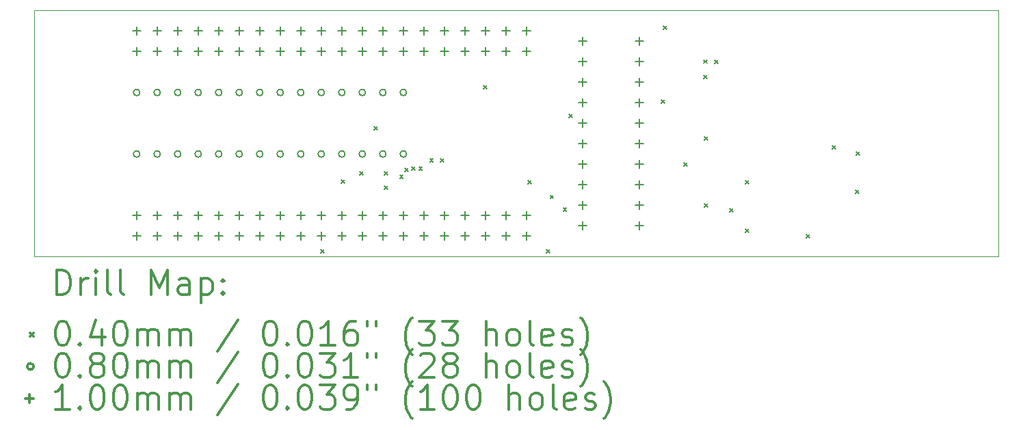
<source format=gbr>
%FSLAX45Y45*%
G04 Gerber Fmt 4.5, Leading zero omitted, Abs format (unit mm)*
G04 Created by KiCad (PCBNEW 5.0.2-5.fc29) date mié 12 jun 2019 15:27:00 CEST*
%MOMM*%
%LPD*%
G01*
G04 APERTURE LIST*
%ADD10C,0.100000*%
%ADD11C,0.200000*%
%ADD12C,0.300000*%
G04 APERTURE END LIST*
D10*
X5778500Y-10096500D02*
X17716500Y-10096500D01*
X5778500Y-13144500D02*
X5778500Y-10096500D01*
X17716500Y-13144500D02*
X5778500Y-13144500D01*
X17716500Y-10096500D02*
X17716500Y-13144500D01*
D11*
X9327200Y-13061000D02*
X9367200Y-13101000D01*
X9367200Y-13061000D02*
X9327200Y-13101000D01*
X9581200Y-12197400D02*
X9621200Y-12237400D01*
X9621200Y-12197400D02*
X9581200Y-12237400D01*
X9809800Y-12095800D02*
X9849800Y-12135800D01*
X9849800Y-12095800D02*
X9809800Y-12135800D01*
X9987600Y-11537000D02*
X10027600Y-11577000D01*
X10027600Y-11537000D02*
X9987600Y-11577000D01*
X10114600Y-12095800D02*
X10154600Y-12135800D01*
X10154600Y-12095800D02*
X10114600Y-12135800D01*
X10114600Y-12273600D02*
X10154600Y-12313600D01*
X10154600Y-12273600D02*
X10114600Y-12313600D01*
X10306357Y-12135807D02*
X10346357Y-12175807D01*
X10346357Y-12135807D02*
X10306357Y-12175807D01*
X10369822Y-12052363D02*
X10409822Y-12092363D01*
X10409822Y-12052363D02*
X10369822Y-12092363D01*
X10455631Y-12035805D02*
X10495631Y-12075805D01*
X10495631Y-12035805D02*
X10455631Y-12075805D01*
X10544359Y-12035805D02*
X10584359Y-12075805D01*
X10584359Y-12035805D02*
X10544359Y-12075805D01*
X10678531Y-11935803D02*
X10718531Y-11975803D01*
X10718531Y-11935803D02*
X10678531Y-11975803D01*
X10811101Y-11935803D02*
X10851101Y-11975803D01*
X10851101Y-11935803D02*
X10811101Y-11975803D01*
X11346500Y-11029000D02*
X11386500Y-11069000D01*
X11386500Y-11029000D02*
X11346500Y-11069000D01*
X11892600Y-12203308D02*
X11932600Y-12243308D01*
X11932600Y-12203308D02*
X11892600Y-12243308D01*
X12121200Y-13061000D02*
X12161200Y-13101000D01*
X12161200Y-13061000D02*
X12121200Y-13101000D01*
X12170501Y-12385748D02*
X12210501Y-12425748D01*
X12210501Y-12385748D02*
X12170501Y-12425748D01*
X12329798Y-12545045D02*
X12369798Y-12585045D01*
X12369798Y-12545045D02*
X12329798Y-12585045D01*
X12400600Y-11384600D02*
X12440600Y-11424600D01*
X12440600Y-11384600D02*
X12400600Y-11424600D01*
X13543600Y-11206800D02*
X13583600Y-11246800D01*
X13583600Y-11206800D02*
X13543600Y-11246800D01*
X13569000Y-10292400D02*
X13609000Y-10332400D01*
X13609000Y-10292400D02*
X13569000Y-10332400D01*
X13823000Y-11981500D02*
X13863000Y-12021500D01*
X13863000Y-11981500D02*
X13823000Y-12021500D01*
X14071395Y-10901255D02*
X14111395Y-10941255D01*
X14111395Y-10901255D02*
X14071395Y-10941255D01*
X14071605Y-10710545D02*
X14111605Y-10750545D01*
X14111605Y-10710545D02*
X14071605Y-10750545D01*
X14077000Y-11664000D02*
X14117000Y-11704000D01*
X14117000Y-11664000D02*
X14077000Y-11704000D01*
X14077000Y-12489500D02*
X14117000Y-12529500D01*
X14117000Y-12489500D02*
X14077000Y-12529500D01*
X14204000Y-10711500D02*
X14244000Y-10751500D01*
X14244000Y-10711500D02*
X14204000Y-10751500D01*
X14394500Y-12553000D02*
X14434500Y-12593000D01*
X14434500Y-12553000D02*
X14394500Y-12593000D01*
X14585000Y-12203750D02*
X14625000Y-12243750D01*
X14625000Y-12203750D02*
X14585000Y-12243750D01*
X14585000Y-12807000D02*
X14625000Y-12847000D01*
X14625000Y-12807000D02*
X14585000Y-12847000D01*
X15343000Y-12874500D02*
X15383000Y-12914500D01*
X15383000Y-12874500D02*
X15343000Y-12914500D01*
X15664500Y-11771950D02*
X15704500Y-11811950D01*
X15704500Y-11771950D02*
X15664500Y-11811950D01*
X15950250Y-12324400D02*
X15990250Y-12364400D01*
X15990250Y-12324400D02*
X15950250Y-12364400D01*
X15956600Y-11848150D02*
X15996600Y-11888150D01*
X15996600Y-11848150D02*
X15956600Y-11888150D01*
X7088500Y-11112500D02*
G75*
G03X7088500Y-11112500I-40000J0D01*
G01*
X7088500Y-11874500D02*
G75*
G03X7088500Y-11874500I-40000J0D01*
G01*
X7342500Y-11112500D02*
G75*
G03X7342500Y-11112500I-40000J0D01*
G01*
X7342500Y-11874500D02*
G75*
G03X7342500Y-11874500I-40000J0D01*
G01*
X7596500Y-11112500D02*
G75*
G03X7596500Y-11112500I-40000J0D01*
G01*
X7596500Y-11874500D02*
G75*
G03X7596500Y-11874500I-40000J0D01*
G01*
X7850500Y-11112500D02*
G75*
G03X7850500Y-11112500I-40000J0D01*
G01*
X7850500Y-11874500D02*
G75*
G03X7850500Y-11874500I-40000J0D01*
G01*
X8104500Y-11112500D02*
G75*
G03X8104500Y-11112500I-40000J0D01*
G01*
X8104500Y-11874500D02*
G75*
G03X8104500Y-11874500I-40000J0D01*
G01*
X8358500Y-11112500D02*
G75*
G03X8358500Y-11112500I-40000J0D01*
G01*
X8358500Y-11874500D02*
G75*
G03X8358500Y-11874500I-40000J0D01*
G01*
X8612500Y-11112500D02*
G75*
G03X8612500Y-11112500I-40000J0D01*
G01*
X8612500Y-11874500D02*
G75*
G03X8612500Y-11874500I-40000J0D01*
G01*
X8866500Y-11112500D02*
G75*
G03X8866500Y-11112500I-40000J0D01*
G01*
X8866500Y-11874500D02*
G75*
G03X8866500Y-11874500I-40000J0D01*
G01*
X9120500Y-11112500D02*
G75*
G03X9120500Y-11112500I-40000J0D01*
G01*
X9120500Y-11874500D02*
G75*
G03X9120500Y-11874500I-40000J0D01*
G01*
X9374500Y-11112500D02*
G75*
G03X9374500Y-11112500I-40000J0D01*
G01*
X9374500Y-11874500D02*
G75*
G03X9374500Y-11874500I-40000J0D01*
G01*
X9628500Y-11112500D02*
G75*
G03X9628500Y-11112500I-40000J0D01*
G01*
X9628500Y-11874500D02*
G75*
G03X9628500Y-11874500I-40000J0D01*
G01*
X9882500Y-11112500D02*
G75*
G03X9882500Y-11112500I-40000J0D01*
G01*
X9882500Y-11874500D02*
G75*
G03X9882500Y-11874500I-40000J0D01*
G01*
X10136500Y-11112500D02*
G75*
G03X10136500Y-11112500I-40000J0D01*
G01*
X10136500Y-11874500D02*
G75*
G03X10136500Y-11874500I-40000J0D01*
G01*
X10390500Y-11112500D02*
G75*
G03X10390500Y-11112500I-40000J0D01*
G01*
X10390500Y-11874500D02*
G75*
G03X10390500Y-11874500I-40000J0D01*
G01*
X12573000Y-10427500D02*
X12573000Y-10527500D01*
X12523000Y-10477500D02*
X12623000Y-10477500D01*
X12573000Y-10681500D02*
X12573000Y-10781500D01*
X12523000Y-10731500D02*
X12623000Y-10731500D01*
X12573000Y-10935500D02*
X12573000Y-11035500D01*
X12523000Y-10985500D02*
X12623000Y-10985500D01*
X12573000Y-11189500D02*
X12573000Y-11289500D01*
X12523000Y-11239500D02*
X12623000Y-11239500D01*
X12573000Y-11443500D02*
X12573000Y-11543500D01*
X12523000Y-11493500D02*
X12623000Y-11493500D01*
X12573000Y-11697500D02*
X12573000Y-11797500D01*
X12523000Y-11747500D02*
X12623000Y-11747500D01*
X12573000Y-11951500D02*
X12573000Y-12051500D01*
X12523000Y-12001500D02*
X12623000Y-12001500D01*
X12573000Y-12205500D02*
X12573000Y-12305500D01*
X12523000Y-12255500D02*
X12623000Y-12255500D01*
X12573000Y-12459500D02*
X12573000Y-12559500D01*
X12523000Y-12509500D02*
X12623000Y-12509500D01*
X12573000Y-12713500D02*
X12573000Y-12813500D01*
X12523000Y-12763500D02*
X12623000Y-12763500D01*
X7048500Y-12586500D02*
X7048500Y-12686500D01*
X6998500Y-12636500D02*
X7098500Y-12636500D01*
X7048500Y-12840500D02*
X7048500Y-12940500D01*
X6998500Y-12890500D02*
X7098500Y-12890500D01*
X7302500Y-12586500D02*
X7302500Y-12686500D01*
X7252500Y-12636500D02*
X7352500Y-12636500D01*
X7302500Y-12840500D02*
X7302500Y-12940500D01*
X7252500Y-12890500D02*
X7352500Y-12890500D01*
X7556500Y-12586500D02*
X7556500Y-12686500D01*
X7506500Y-12636500D02*
X7606500Y-12636500D01*
X7556500Y-12840500D02*
X7556500Y-12940500D01*
X7506500Y-12890500D02*
X7606500Y-12890500D01*
X7810500Y-12586500D02*
X7810500Y-12686500D01*
X7760500Y-12636500D02*
X7860500Y-12636500D01*
X7810500Y-12840500D02*
X7810500Y-12940500D01*
X7760500Y-12890500D02*
X7860500Y-12890500D01*
X8064500Y-12586500D02*
X8064500Y-12686500D01*
X8014500Y-12636500D02*
X8114500Y-12636500D01*
X8064500Y-12840500D02*
X8064500Y-12940500D01*
X8014500Y-12890500D02*
X8114500Y-12890500D01*
X8318500Y-12586500D02*
X8318500Y-12686500D01*
X8268500Y-12636500D02*
X8368500Y-12636500D01*
X8318500Y-12840500D02*
X8318500Y-12940500D01*
X8268500Y-12890500D02*
X8368500Y-12890500D01*
X8572500Y-12586500D02*
X8572500Y-12686500D01*
X8522500Y-12636500D02*
X8622500Y-12636500D01*
X8572500Y-12840500D02*
X8572500Y-12940500D01*
X8522500Y-12890500D02*
X8622500Y-12890500D01*
X8826500Y-12586500D02*
X8826500Y-12686500D01*
X8776500Y-12636500D02*
X8876500Y-12636500D01*
X8826500Y-12840500D02*
X8826500Y-12940500D01*
X8776500Y-12890500D02*
X8876500Y-12890500D01*
X9080500Y-12586500D02*
X9080500Y-12686500D01*
X9030500Y-12636500D02*
X9130500Y-12636500D01*
X9080500Y-12840500D02*
X9080500Y-12940500D01*
X9030500Y-12890500D02*
X9130500Y-12890500D01*
X9334500Y-12586500D02*
X9334500Y-12686500D01*
X9284500Y-12636500D02*
X9384500Y-12636500D01*
X9334500Y-12840500D02*
X9334500Y-12940500D01*
X9284500Y-12890500D02*
X9384500Y-12890500D01*
X9588500Y-12586500D02*
X9588500Y-12686500D01*
X9538500Y-12636500D02*
X9638500Y-12636500D01*
X9588500Y-12840500D02*
X9588500Y-12940500D01*
X9538500Y-12890500D02*
X9638500Y-12890500D01*
X9842500Y-12586500D02*
X9842500Y-12686500D01*
X9792500Y-12636500D02*
X9892500Y-12636500D01*
X9842500Y-12840500D02*
X9842500Y-12940500D01*
X9792500Y-12890500D02*
X9892500Y-12890500D01*
X10096500Y-12586500D02*
X10096500Y-12686500D01*
X10046500Y-12636500D02*
X10146500Y-12636500D01*
X10096500Y-12840500D02*
X10096500Y-12940500D01*
X10046500Y-12890500D02*
X10146500Y-12890500D01*
X10350500Y-12586500D02*
X10350500Y-12686500D01*
X10300500Y-12636500D02*
X10400500Y-12636500D01*
X10350500Y-12840500D02*
X10350500Y-12940500D01*
X10300500Y-12890500D02*
X10400500Y-12890500D01*
X10604500Y-12586500D02*
X10604500Y-12686500D01*
X10554500Y-12636500D02*
X10654500Y-12636500D01*
X10604500Y-12840500D02*
X10604500Y-12940500D01*
X10554500Y-12890500D02*
X10654500Y-12890500D01*
X10858500Y-12586500D02*
X10858500Y-12686500D01*
X10808500Y-12636500D02*
X10908500Y-12636500D01*
X10858500Y-12840500D02*
X10858500Y-12940500D01*
X10808500Y-12890500D02*
X10908500Y-12890500D01*
X11112500Y-12586500D02*
X11112500Y-12686500D01*
X11062500Y-12636500D02*
X11162500Y-12636500D01*
X11112500Y-12840500D02*
X11112500Y-12940500D01*
X11062500Y-12890500D02*
X11162500Y-12890500D01*
X11366500Y-12586500D02*
X11366500Y-12686500D01*
X11316500Y-12636500D02*
X11416500Y-12636500D01*
X11366500Y-12840500D02*
X11366500Y-12940500D01*
X11316500Y-12890500D02*
X11416500Y-12890500D01*
X11620500Y-12586500D02*
X11620500Y-12686500D01*
X11570500Y-12636500D02*
X11670500Y-12636500D01*
X11620500Y-12840500D02*
X11620500Y-12940500D01*
X11570500Y-12890500D02*
X11670500Y-12890500D01*
X11874500Y-12586500D02*
X11874500Y-12686500D01*
X11824500Y-12636500D02*
X11924500Y-12636500D01*
X11874500Y-12840500D02*
X11874500Y-12940500D01*
X11824500Y-12890500D02*
X11924500Y-12890500D01*
X13271500Y-10427500D02*
X13271500Y-10527500D01*
X13221500Y-10477500D02*
X13321500Y-10477500D01*
X13271500Y-10681500D02*
X13271500Y-10781500D01*
X13221500Y-10731500D02*
X13321500Y-10731500D01*
X13271500Y-10935500D02*
X13271500Y-11035500D01*
X13221500Y-10985500D02*
X13321500Y-10985500D01*
X13271500Y-11189500D02*
X13271500Y-11289500D01*
X13221500Y-11239500D02*
X13321500Y-11239500D01*
X13271500Y-11443500D02*
X13271500Y-11543500D01*
X13221500Y-11493500D02*
X13321500Y-11493500D01*
X13271500Y-11697500D02*
X13271500Y-11797500D01*
X13221500Y-11747500D02*
X13321500Y-11747500D01*
X13271500Y-11951500D02*
X13271500Y-12051500D01*
X13221500Y-12001500D02*
X13321500Y-12001500D01*
X13271500Y-12205500D02*
X13271500Y-12305500D01*
X13221500Y-12255500D02*
X13321500Y-12255500D01*
X13271500Y-12459500D02*
X13271500Y-12559500D01*
X13221500Y-12509500D02*
X13321500Y-12509500D01*
X13271500Y-12713500D02*
X13271500Y-12813500D01*
X13221500Y-12763500D02*
X13321500Y-12763500D01*
X7048500Y-10300500D02*
X7048500Y-10400500D01*
X6998500Y-10350500D02*
X7098500Y-10350500D01*
X7048500Y-10554500D02*
X7048500Y-10654500D01*
X6998500Y-10604500D02*
X7098500Y-10604500D01*
X7302500Y-10300500D02*
X7302500Y-10400500D01*
X7252500Y-10350500D02*
X7352500Y-10350500D01*
X7302500Y-10554500D02*
X7302500Y-10654500D01*
X7252500Y-10604500D02*
X7352500Y-10604500D01*
X7556500Y-10300500D02*
X7556500Y-10400500D01*
X7506500Y-10350500D02*
X7606500Y-10350500D01*
X7556500Y-10554500D02*
X7556500Y-10654500D01*
X7506500Y-10604500D02*
X7606500Y-10604500D01*
X7810500Y-10300500D02*
X7810500Y-10400500D01*
X7760500Y-10350500D02*
X7860500Y-10350500D01*
X7810500Y-10554500D02*
X7810500Y-10654500D01*
X7760500Y-10604500D02*
X7860500Y-10604500D01*
X8064500Y-10300500D02*
X8064500Y-10400500D01*
X8014500Y-10350500D02*
X8114500Y-10350500D01*
X8064500Y-10554500D02*
X8064500Y-10654500D01*
X8014500Y-10604500D02*
X8114500Y-10604500D01*
X8318500Y-10300500D02*
X8318500Y-10400500D01*
X8268500Y-10350500D02*
X8368500Y-10350500D01*
X8318500Y-10554500D02*
X8318500Y-10654500D01*
X8268500Y-10604500D02*
X8368500Y-10604500D01*
X8572500Y-10300500D02*
X8572500Y-10400500D01*
X8522500Y-10350500D02*
X8622500Y-10350500D01*
X8572500Y-10554500D02*
X8572500Y-10654500D01*
X8522500Y-10604500D02*
X8622500Y-10604500D01*
X8826500Y-10300500D02*
X8826500Y-10400500D01*
X8776500Y-10350500D02*
X8876500Y-10350500D01*
X8826500Y-10554500D02*
X8826500Y-10654500D01*
X8776500Y-10604500D02*
X8876500Y-10604500D01*
X9080500Y-10300500D02*
X9080500Y-10400500D01*
X9030500Y-10350500D02*
X9130500Y-10350500D01*
X9080500Y-10554500D02*
X9080500Y-10654500D01*
X9030500Y-10604500D02*
X9130500Y-10604500D01*
X9334500Y-10300500D02*
X9334500Y-10400500D01*
X9284500Y-10350500D02*
X9384500Y-10350500D01*
X9334500Y-10554500D02*
X9334500Y-10654500D01*
X9284500Y-10604500D02*
X9384500Y-10604500D01*
X9588500Y-10300500D02*
X9588500Y-10400500D01*
X9538500Y-10350500D02*
X9638500Y-10350500D01*
X9588500Y-10554500D02*
X9588500Y-10654500D01*
X9538500Y-10604500D02*
X9638500Y-10604500D01*
X9842500Y-10300500D02*
X9842500Y-10400500D01*
X9792500Y-10350500D02*
X9892500Y-10350500D01*
X9842500Y-10554500D02*
X9842500Y-10654500D01*
X9792500Y-10604500D02*
X9892500Y-10604500D01*
X10096500Y-10300500D02*
X10096500Y-10400500D01*
X10046500Y-10350500D02*
X10146500Y-10350500D01*
X10096500Y-10554500D02*
X10096500Y-10654500D01*
X10046500Y-10604500D02*
X10146500Y-10604500D01*
X10350500Y-10300500D02*
X10350500Y-10400500D01*
X10300500Y-10350500D02*
X10400500Y-10350500D01*
X10350500Y-10554500D02*
X10350500Y-10654500D01*
X10300500Y-10604500D02*
X10400500Y-10604500D01*
X10604500Y-10300500D02*
X10604500Y-10400500D01*
X10554500Y-10350500D02*
X10654500Y-10350500D01*
X10604500Y-10554500D02*
X10604500Y-10654500D01*
X10554500Y-10604500D02*
X10654500Y-10604500D01*
X10858500Y-10300500D02*
X10858500Y-10400500D01*
X10808500Y-10350500D02*
X10908500Y-10350500D01*
X10858500Y-10554500D02*
X10858500Y-10654500D01*
X10808500Y-10604500D02*
X10908500Y-10604500D01*
X11112500Y-10300500D02*
X11112500Y-10400500D01*
X11062500Y-10350500D02*
X11162500Y-10350500D01*
X11112500Y-10554500D02*
X11112500Y-10654500D01*
X11062500Y-10604500D02*
X11162500Y-10604500D01*
X11366500Y-10300500D02*
X11366500Y-10400500D01*
X11316500Y-10350500D02*
X11416500Y-10350500D01*
X11366500Y-10554500D02*
X11366500Y-10654500D01*
X11316500Y-10604500D02*
X11416500Y-10604500D01*
X11620500Y-10300500D02*
X11620500Y-10400500D01*
X11570500Y-10350500D02*
X11670500Y-10350500D01*
X11620500Y-10554500D02*
X11620500Y-10654500D01*
X11570500Y-10604500D02*
X11670500Y-10604500D01*
X11874500Y-10300500D02*
X11874500Y-10400500D01*
X11824500Y-10350500D02*
X11924500Y-10350500D01*
X11874500Y-10554500D02*
X11874500Y-10654500D01*
X11824500Y-10604500D02*
X11924500Y-10604500D01*
D12*
X6059928Y-13615214D02*
X6059928Y-13315214D01*
X6131357Y-13315214D01*
X6174214Y-13329500D01*
X6202786Y-13358071D01*
X6217071Y-13386643D01*
X6231357Y-13443786D01*
X6231357Y-13486643D01*
X6217071Y-13543786D01*
X6202786Y-13572357D01*
X6174214Y-13600929D01*
X6131357Y-13615214D01*
X6059928Y-13615214D01*
X6359928Y-13615214D02*
X6359928Y-13415214D01*
X6359928Y-13472357D02*
X6374214Y-13443786D01*
X6388500Y-13429500D01*
X6417071Y-13415214D01*
X6445643Y-13415214D01*
X6545643Y-13615214D02*
X6545643Y-13415214D01*
X6545643Y-13315214D02*
X6531357Y-13329500D01*
X6545643Y-13343786D01*
X6559928Y-13329500D01*
X6545643Y-13315214D01*
X6545643Y-13343786D01*
X6731357Y-13615214D02*
X6702786Y-13600929D01*
X6688500Y-13572357D01*
X6688500Y-13315214D01*
X6888500Y-13615214D02*
X6859928Y-13600929D01*
X6845643Y-13572357D01*
X6845643Y-13315214D01*
X7231357Y-13615214D02*
X7231357Y-13315214D01*
X7331357Y-13529500D01*
X7431357Y-13315214D01*
X7431357Y-13615214D01*
X7702786Y-13615214D02*
X7702786Y-13458071D01*
X7688500Y-13429500D01*
X7659928Y-13415214D01*
X7602786Y-13415214D01*
X7574214Y-13429500D01*
X7702786Y-13600929D02*
X7674214Y-13615214D01*
X7602786Y-13615214D01*
X7574214Y-13600929D01*
X7559928Y-13572357D01*
X7559928Y-13543786D01*
X7574214Y-13515214D01*
X7602786Y-13500929D01*
X7674214Y-13500929D01*
X7702786Y-13486643D01*
X7845643Y-13415214D02*
X7845643Y-13715214D01*
X7845643Y-13429500D02*
X7874214Y-13415214D01*
X7931357Y-13415214D01*
X7959928Y-13429500D01*
X7974214Y-13443786D01*
X7988500Y-13472357D01*
X7988500Y-13558071D01*
X7974214Y-13586643D01*
X7959928Y-13600929D01*
X7931357Y-13615214D01*
X7874214Y-13615214D01*
X7845643Y-13600929D01*
X8117071Y-13586643D02*
X8131357Y-13600929D01*
X8117071Y-13615214D01*
X8102786Y-13600929D01*
X8117071Y-13586643D01*
X8117071Y-13615214D01*
X8117071Y-13429500D02*
X8131357Y-13443786D01*
X8117071Y-13458071D01*
X8102786Y-13443786D01*
X8117071Y-13429500D01*
X8117071Y-13458071D01*
X5733500Y-14089500D02*
X5773500Y-14129500D01*
X5773500Y-14089500D02*
X5733500Y-14129500D01*
X6117071Y-13945214D02*
X6145643Y-13945214D01*
X6174214Y-13959500D01*
X6188500Y-13973786D01*
X6202786Y-14002357D01*
X6217071Y-14059500D01*
X6217071Y-14130929D01*
X6202786Y-14188071D01*
X6188500Y-14216643D01*
X6174214Y-14230929D01*
X6145643Y-14245214D01*
X6117071Y-14245214D01*
X6088500Y-14230929D01*
X6074214Y-14216643D01*
X6059928Y-14188071D01*
X6045643Y-14130929D01*
X6045643Y-14059500D01*
X6059928Y-14002357D01*
X6074214Y-13973786D01*
X6088500Y-13959500D01*
X6117071Y-13945214D01*
X6345643Y-14216643D02*
X6359928Y-14230929D01*
X6345643Y-14245214D01*
X6331357Y-14230929D01*
X6345643Y-14216643D01*
X6345643Y-14245214D01*
X6617071Y-14045214D02*
X6617071Y-14245214D01*
X6545643Y-13930929D02*
X6474214Y-14145214D01*
X6659928Y-14145214D01*
X6831357Y-13945214D02*
X6859928Y-13945214D01*
X6888500Y-13959500D01*
X6902786Y-13973786D01*
X6917071Y-14002357D01*
X6931357Y-14059500D01*
X6931357Y-14130929D01*
X6917071Y-14188071D01*
X6902786Y-14216643D01*
X6888500Y-14230929D01*
X6859928Y-14245214D01*
X6831357Y-14245214D01*
X6802786Y-14230929D01*
X6788500Y-14216643D01*
X6774214Y-14188071D01*
X6759928Y-14130929D01*
X6759928Y-14059500D01*
X6774214Y-14002357D01*
X6788500Y-13973786D01*
X6802786Y-13959500D01*
X6831357Y-13945214D01*
X7059928Y-14245214D02*
X7059928Y-14045214D01*
X7059928Y-14073786D02*
X7074214Y-14059500D01*
X7102786Y-14045214D01*
X7145643Y-14045214D01*
X7174214Y-14059500D01*
X7188500Y-14088071D01*
X7188500Y-14245214D01*
X7188500Y-14088071D02*
X7202786Y-14059500D01*
X7231357Y-14045214D01*
X7274214Y-14045214D01*
X7302786Y-14059500D01*
X7317071Y-14088071D01*
X7317071Y-14245214D01*
X7459928Y-14245214D02*
X7459928Y-14045214D01*
X7459928Y-14073786D02*
X7474214Y-14059500D01*
X7502786Y-14045214D01*
X7545643Y-14045214D01*
X7574214Y-14059500D01*
X7588500Y-14088071D01*
X7588500Y-14245214D01*
X7588500Y-14088071D02*
X7602786Y-14059500D01*
X7631357Y-14045214D01*
X7674214Y-14045214D01*
X7702786Y-14059500D01*
X7717071Y-14088071D01*
X7717071Y-14245214D01*
X8302786Y-13930929D02*
X8045643Y-14316643D01*
X8688500Y-13945214D02*
X8717071Y-13945214D01*
X8745643Y-13959500D01*
X8759928Y-13973786D01*
X8774214Y-14002357D01*
X8788500Y-14059500D01*
X8788500Y-14130929D01*
X8774214Y-14188071D01*
X8759928Y-14216643D01*
X8745643Y-14230929D01*
X8717071Y-14245214D01*
X8688500Y-14245214D01*
X8659928Y-14230929D01*
X8645643Y-14216643D01*
X8631357Y-14188071D01*
X8617071Y-14130929D01*
X8617071Y-14059500D01*
X8631357Y-14002357D01*
X8645643Y-13973786D01*
X8659928Y-13959500D01*
X8688500Y-13945214D01*
X8917071Y-14216643D02*
X8931357Y-14230929D01*
X8917071Y-14245214D01*
X8902786Y-14230929D01*
X8917071Y-14216643D01*
X8917071Y-14245214D01*
X9117071Y-13945214D02*
X9145643Y-13945214D01*
X9174214Y-13959500D01*
X9188500Y-13973786D01*
X9202786Y-14002357D01*
X9217071Y-14059500D01*
X9217071Y-14130929D01*
X9202786Y-14188071D01*
X9188500Y-14216643D01*
X9174214Y-14230929D01*
X9145643Y-14245214D01*
X9117071Y-14245214D01*
X9088500Y-14230929D01*
X9074214Y-14216643D01*
X9059928Y-14188071D01*
X9045643Y-14130929D01*
X9045643Y-14059500D01*
X9059928Y-14002357D01*
X9074214Y-13973786D01*
X9088500Y-13959500D01*
X9117071Y-13945214D01*
X9502786Y-14245214D02*
X9331357Y-14245214D01*
X9417071Y-14245214D02*
X9417071Y-13945214D01*
X9388500Y-13988071D01*
X9359928Y-14016643D01*
X9331357Y-14030929D01*
X9759928Y-13945214D02*
X9702786Y-13945214D01*
X9674214Y-13959500D01*
X9659928Y-13973786D01*
X9631357Y-14016643D01*
X9617071Y-14073786D01*
X9617071Y-14188071D01*
X9631357Y-14216643D01*
X9645643Y-14230929D01*
X9674214Y-14245214D01*
X9731357Y-14245214D01*
X9759928Y-14230929D01*
X9774214Y-14216643D01*
X9788500Y-14188071D01*
X9788500Y-14116643D01*
X9774214Y-14088071D01*
X9759928Y-14073786D01*
X9731357Y-14059500D01*
X9674214Y-14059500D01*
X9645643Y-14073786D01*
X9631357Y-14088071D01*
X9617071Y-14116643D01*
X9902786Y-13945214D02*
X9902786Y-14002357D01*
X10017071Y-13945214D02*
X10017071Y-14002357D01*
X10459928Y-14359500D02*
X10445643Y-14345214D01*
X10417071Y-14302357D01*
X10402786Y-14273786D01*
X10388500Y-14230929D01*
X10374214Y-14159500D01*
X10374214Y-14102357D01*
X10388500Y-14030929D01*
X10402786Y-13988071D01*
X10417071Y-13959500D01*
X10445643Y-13916643D01*
X10459928Y-13902357D01*
X10545643Y-13945214D02*
X10731357Y-13945214D01*
X10631357Y-14059500D01*
X10674214Y-14059500D01*
X10702786Y-14073786D01*
X10717071Y-14088071D01*
X10731357Y-14116643D01*
X10731357Y-14188071D01*
X10717071Y-14216643D01*
X10702786Y-14230929D01*
X10674214Y-14245214D01*
X10588500Y-14245214D01*
X10559928Y-14230929D01*
X10545643Y-14216643D01*
X10831357Y-13945214D02*
X11017071Y-13945214D01*
X10917071Y-14059500D01*
X10959928Y-14059500D01*
X10988500Y-14073786D01*
X11002786Y-14088071D01*
X11017071Y-14116643D01*
X11017071Y-14188071D01*
X11002786Y-14216643D01*
X10988500Y-14230929D01*
X10959928Y-14245214D01*
X10874214Y-14245214D01*
X10845643Y-14230929D01*
X10831357Y-14216643D01*
X11374214Y-14245214D02*
X11374214Y-13945214D01*
X11502786Y-14245214D02*
X11502786Y-14088071D01*
X11488500Y-14059500D01*
X11459928Y-14045214D01*
X11417071Y-14045214D01*
X11388500Y-14059500D01*
X11374214Y-14073786D01*
X11688500Y-14245214D02*
X11659928Y-14230929D01*
X11645643Y-14216643D01*
X11631357Y-14188071D01*
X11631357Y-14102357D01*
X11645643Y-14073786D01*
X11659928Y-14059500D01*
X11688500Y-14045214D01*
X11731357Y-14045214D01*
X11759928Y-14059500D01*
X11774214Y-14073786D01*
X11788500Y-14102357D01*
X11788500Y-14188071D01*
X11774214Y-14216643D01*
X11759928Y-14230929D01*
X11731357Y-14245214D01*
X11688500Y-14245214D01*
X11959928Y-14245214D02*
X11931357Y-14230929D01*
X11917071Y-14202357D01*
X11917071Y-13945214D01*
X12188500Y-14230929D02*
X12159928Y-14245214D01*
X12102786Y-14245214D01*
X12074214Y-14230929D01*
X12059928Y-14202357D01*
X12059928Y-14088071D01*
X12074214Y-14059500D01*
X12102786Y-14045214D01*
X12159928Y-14045214D01*
X12188500Y-14059500D01*
X12202786Y-14088071D01*
X12202786Y-14116643D01*
X12059928Y-14145214D01*
X12317071Y-14230929D02*
X12345643Y-14245214D01*
X12402786Y-14245214D01*
X12431357Y-14230929D01*
X12445643Y-14202357D01*
X12445643Y-14188071D01*
X12431357Y-14159500D01*
X12402786Y-14145214D01*
X12359928Y-14145214D01*
X12331357Y-14130929D01*
X12317071Y-14102357D01*
X12317071Y-14088071D01*
X12331357Y-14059500D01*
X12359928Y-14045214D01*
X12402786Y-14045214D01*
X12431357Y-14059500D01*
X12545643Y-14359500D02*
X12559928Y-14345214D01*
X12588500Y-14302357D01*
X12602786Y-14273786D01*
X12617071Y-14230929D01*
X12631357Y-14159500D01*
X12631357Y-14102357D01*
X12617071Y-14030929D01*
X12602786Y-13988071D01*
X12588500Y-13959500D01*
X12559928Y-13916643D01*
X12545643Y-13902357D01*
X5773500Y-14505500D02*
G75*
G03X5773500Y-14505500I-40000J0D01*
G01*
X6117071Y-14341214D02*
X6145643Y-14341214D01*
X6174214Y-14355500D01*
X6188500Y-14369786D01*
X6202786Y-14398357D01*
X6217071Y-14455500D01*
X6217071Y-14526929D01*
X6202786Y-14584071D01*
X6188500Y-14612643D01*
X6174214Y-14626929D01*
X6145643Y-14641214D01*
X6117071Y-14641214D01*
X6088500Y-14626929D01*
X6074214Y-14612643D01*
X6059928Y-14584071D01*
X6045643Y-14526929D01*
X6045643Y-14455500D01*
X6059928Y-14398357D01*
X6074214Y-14369786D01*
X6088500Y-14355500D01*
X6117071Y-14341214D01*
X6345643Y-14612643D02*
X6359928Y-14626929D01*
X6345643Y-14641214D01*
X6331357Y-14626929D01*
X6345643Y-14612643D01*
X6345643Y-14641214D01*
X6531357Y-14469786D02*
X6502786Y-14455500D01*
X6488500Y-14441214D01*
X6474214Y-14412643D01*
X6474214Y-14398357D01*
X6488500Y-14369786D01*
X6502786Y-14355500D01*
X6531357Y-14341214D01*
X6588500Y-14341214D01*
X6617071Y-14355500D01*
X6631357Y-14369786D01*
X6645643Y-14398357D01*
X6645643Y-14412643D01*
X6631357Y-14441214D01*
X6617071Y-14455500D01*
X6588500Y-14469786D01*
X6531357Y-14469786D01*
X6502786Y-14484071D01*
X6488500Y-14498357D01*
X6474214Y-14526929D01*
X6474214Y-14584071D01*
X6488500Y-14612643D01*
X6502786Y-14626929D01*
X6531357Y-14641214D01*
X6588500Y-14641214D01*
X6617071Y-14626929D01*
X6631357Y-14612643D01*
X6645643Y-14584071D01*
X6645643Y-14526929D01*
X6631357Y-14498357D01*
X6617071Y-14484071D01*
X6588500Y-14469786D01*
X6831357Y-14341214D02*
X6859928Y-14341214D01*
X6888500Y-14355500D01*
X6902786Y-14369786D01*
X6917071Y-14398357D01*
X6931357Y-14455500D01*
X6931357Y-14526929D01*
X6917071Y-14584071D01*
X6902786Y-14612643D01*
X6888500Y-14626929D01*
X6859928Y-14641214D01*
X6831357Y-14641214D01*
X6802786Y-14626929D01*
X6788500Y-14612643D01*
X6774214Y-14584071D01*
X6759928Y-14526929D01*
X6759928Y-14455500D01*
X6774214Y-14398357D01*
X6788500Y-14369786D01*
X6802786Y-14355500D01*
X6831357Y-14341214D01*
X7059928Y-14641214D02*
X7059928Y-14441214D01*
X7059928Y-14469786D02*
X7074214Y-14455500D01*
X7102786Y-14441214D01*
X7145643Y-14441214D01*
X7174214Y-14455500D01*
X7188500Y-14484071D01*
X7188500Y-14641214D01*
X7188500Y-14484071D02*
X7202786Y-14455500D01*
X7231357Y-14441214D01*
X7274214Y-14441214D01*
X7302786Y-14455500D01*
X7317071Y-14484071D01*
X7317071Y-14641214D01*
X7459928Y-14641214D02*
X7459928Y-14441214D01*
X7459928Y-14469786D02*
X7474214Y-14455500D01*
X7502786Y-14441214D01*
X7545643Y-14441214D01*
X7574214Y-14455500D01*
X7588500Y-14484071D01*
X7588500Y-14641214D01*
X7588500Y-14484071D02*
X7602786Y-14455500D01*
X7631357Y-14441214D01*
X7674214Y-14441214D01*
X7702786Y-14455500D01*
X7717071Y-14484071D01*
X7717071Y-14641214D01*
X8302786Y-14326929D02*
X8045643Y-14712643D01*
X8688500Y-14341214D02*
X8717071Y-14341214D01*
X8745643Y-14355500D01*
X8759928Y-14369786D01*
X8774214Y-14398357D01*
X8788500Y-14455500D01*
X8788500Y-14526929D01*
X8774214Y-14584071D01*
X8759928Y-14612643D01*
X8745643Y-14626929D01*
X8717071Y-14641214D01*
X8688500Y-14641214D01*
X8659928Y-14626929D01*
X8645643Y-14612643D01*
X8631357Y-14584071D01*
X8617071Y-14526929D01*
X8617071Y-14455500D01*
X8631357Y-14398357D01*
X8645643Y-14369786D01*
X8659928Y-14355500D01*
X8688500Y-14341214D01*
X8917071Y-14612643D02*
X8931357Y-14626929D01*
X8917071Y-14641214D01*
X8902786Y-14626929D01*
X8917071Y-14612643D01*
X8917071Y-14641214D01*
X9117071Y-14341214D02*
X9145643Y-14341214D01*
X9174214Y-14355500D01*
X9188500Y-14369786D01*
X9202786Y-14398357D01*
X9217071Y-14455500D01*
X9217071Y-14526929D01*
X9202786Y-14584071D01*
X9188500Y-14612643D01*
X9174214Y-14626929D01*
X9145643Y-14641214D01*
X9117071Y-14641214D01*
X9088500Y-14626929D01*
X9074214Y-14612643D01*
X9059928Y-14584071D01*
X9045643Y-14526929D01*
X9045643Y-14455500D01*
X9059928Y-14398357D01*
X9074214Y-14369786D01*
X9088500Y-14355500D01*
X9117071Y-14341214D01*
X9317071Y-14341214D02*
X9502786Y-14341214D01*
X9402786Y-14455500D01*
X9445643Y-14455500D01*
X9474214Y-14469786D01*
X9488500Y-14484071D01*
X9502786Y-14512643D01*
X9502786Y-14584071D01*
X9488500Y-14612643D01*
X9474214Y-14626929D01*
X9445643Y-14641214D01*
X9359928Y-14641214D01*
X9331357Y-14626929D01*
X9317071Y-14612643D01*
X9788500Y-14641214D02*
X9617071Y-14641214D01*
X9702786Y-14641214D02*
X9702786Y-14341214D01*
X9674214Y-14384071D01*
X9645643Y-14412643D01*
X9617071Y-14426929D01*
X9902786Y-14341214D02*
X9902786Y-14398357D01*
X10017071Y-14341214D02*
X10017071Y-14398357D01*
X10459928Y-14755500D02*
X10445643Y-14741214D01*
X10417071Y-14698357D01*
X10402786Y-14669786D01*
X10388500Y-14626929D01*
X10374214Y-14555500D01*
X10374214Y-14498357D01*
X10388500Y-14426929D01*
X10402786Y-14384071D01*
X10417071Y-14355500D01*
X10445643Y-14312643D01*
X10459928Y-14298357D01*
X10559928Y-14369786D02*
X10574214Y-14355500D01*
X10602786Y-14341214D01*
X10674214Y-14341214D01*
X10702786Y-14355500D01*
X10717071Y-14369786D01*
X10731357Y-14398357D01*
X10731357Y-14426929D01*
X10717071Y-14469786D01*
X10545643Y-14641214D01*
X10731357Y-14641214D01*
X10902786Y-14469786D02*
X10874214Y-14455500D01*
X10859928Y-14441214D01*
X10845643Y-14412643D01*
X10845643Y-14398357D01*
X10859928Y-14369786D01*
X10874214Y-14355500D01*
X10902786Y-14341214D01*
X10959928Y-14341214D01*
X10988500Y-14355500D01*
X11002786Y-14369786D01*
X11017071Y-14398357D01*
X11017071Y-14412643D01*
X11002786Y-14441214D01*
X10988500Y-14455500D01*
X10959928Y-14469786D01*
X10902786Y-14469786D01*
X10874214Y-14484071D01*
X10859928Y-14498357D01*
X10845643Y-14526929D01*
X10845643Y-14584071D01*
X10859928Y-14612643D01*
X10874214Y-14626929D01*
X10902786Y-14641214D01*
X10959928Y-14641214D01*
X10988500Y-14626929D01*
X11002786Y-14612643D01*
X11017071Y-14584071D01*
X11017071Y-14526929D01*
X11002786Y-14498357D01*
X10988500Y-14484071D01*
X10959928Y-14469786D01*
X11374214Y-14641214D02*
X11374214Y-14341214D01*
X11502786Y-14641214D02*
X11502786Y-14484071D01*
X11488500Y-14455500D01*
X11459928Y-14441214D01*
X11417071Y-14441214D01*
X11388500Y-14455500D01*
X11374214Y-14469786D01*
X11688500Y-14641214D02*
X11659928Y-14626929D01*
X11645643Y-14612643D01*
X11631357Y-14584071D01*
X11631357Y-14498357D01*
X11645643Y-14469786D01*
X11659928Y-14455500D01*
X11688500Y-14441214D01*
X11731357Y-14441214D01*
X11759928Y-14455500D01*
X11774214Y-14469786D01*
X11788500Y-14498357D01*
X11788500Y-14584071D01*
X11774214Y-14612643D01*
X11759928Y-14626929D01*
X11731357Y-14641214D01*
X11688500Y-14641214D01*
X11959928Y-14641214D02*
X11931357Y-14626929D01*
X11917071Y-14598357D01*
X11917071Y-14341214D01*
X12188500Y-14626929D02*
X12159928Y-14641214D01*
X12102786Y-14641214D01*
X12074214Y-14626929D01*
X12059928Y-14598357D01*
X12059928Y-14484071D01*
X12074214Y-14455500D01*
X12102786Y-14441214D01*
X12159928Y-14441214D01*
X12188500Y-14455500D01*
X12202786Y-14484071D01*
X12202786Y-14512643D01*
X12059928Y-14541214D01*
X12317071Y-14626929D02*
X12345643Y-14641214D01*
X12402786Y-14641214D01*
X12431357Y-14626929D01*
X12445643Y-14598357D01*
X12445643Y-14584071D01*
X12431357Y-14555500D01*
X12402786Y-14541214D01*
X12359928Y-14541214D01*
X12331357Y-14526929D01*
X12317071Y-14498357D01*
X12317071Y-14484071D01*
X12331357Y-14455500D01*
X12359928Y-14441214D01*
X12402786Y-14441214D01*
X12431357Y-14455500D01*
X12545643Y-14755500D02*
X12559928Y-14741214D01*
X12588500Y-14698357D01*
X12602786Y-14669786D01*
X12617071Y-14626929D01*
X12631357Y-14555500D01*
X12631357Y-14498357D01*
X12617071Y-14426929D01*
X12602786Y-14384071D01*
X12588500Y-14355500D01*
X12559928Y-14312643D01*
X12545643Y-14298357D01*
X5723500Y-14851500D02*
X5723500Y-14951500D01*
X5673500Y-14901500D02*
X5773500Y-14901500D01*
X6217071Y-15037214D02*
X6045643Y-15037214D01*
X6131357Y-15037214D02*
X6131357Y-14737214D01*
X6102786Y-14780071D01*
X6074214Y-14808643D01*
X6045643Y-14822929D01*
X6345643Y-15008643D02*
X6359928Y-15022929D01*
X6345643Y-15037214D01*
X6331357Y-15022929D01*
X6345643Y-15008643D01*
X6345643Y-15037214D01*
X6545643Y-14737214D02*
X6574214Y-14737214D01*
X6602786Y-14751500D01*
X6617071Y-14765786D01*
X6631357Y-14794357D01*
X6645643Y-14851500D01*
X6645643Y-14922929D01*
X6631357Y-14980071D01*
X6617071Y-15008643D01*
X6602786Y-15022929D01*
X6574214Y-15037214D01*
X6545643Y-15037214D01*
X6517071Y-15022929D01*
X6502786Y-15008643D01*
X6488500Y-14980071D01*
X6474214Y-14922929D01*
X6474214Y-14851500D01*
X6488500Y-14794357D01*
X6502786Y-14765786D01*
X6517071Y-14751500D01*
X6545643Y-14737214D01*
X6831357Y-14737214D02*
X6859928Y-14737214D01*
X6888500Y-14751500D01*
X6902786Y-14765786D01*
X6917071Y-14794357D01*
X6931357Y-14851500D01*
X6931357Y-14922929D01*
X6917071Y-14980071D01*
X6902786Y-15008643D01*
X6888500Y-15022929D01*
X6859928Y-15037214D01*
X6831357Y-15037214D01*
X6802786Y-15022929D01*
X6788500Y-15008643D01*
X6774214Y-14980071D01*
X6759928Y-14922929D01*
X6759928Y-14851500D01*
X6774214Y-14794357D01*
X6788500Y-14765786D01*
X6802786Y-14751500D01*
X6831357Y-14737214D01*
X7059928Y-15037214D02*
X7059928Y-14837214D01*
X7059928Y-14865786D02*
X7074214Y-14851500D01*
X7102786Y-14837214D01*
X7145643Y-14837214D01*
X7174214Y-14851500D01*
X7188500Y-14880071D01*
X7188500Y-15037214D01*
X7188500Y-14880071D02*
X7202786Y-14851500D01*
X7231357Y-14837214D01*
X7274214Y-14837214D01*
X7302786Y-14851500D01*
X7317071Y-14880071D01*
X7317071Y-15037214D01*
X7459928Y-15037214D02*
X7459928Y-14837214D01*
X7459928Y-14865786D02*
X7474214Y-14851500D01*
X7502786Y-14837214D01*
X7545643Y-14837214D01*
X7574214Y-14851500D01*
X7588500Y-14880071D01*
X7588500Y-15037214D01*
X7588500Y-14880071D02*
X7602786Y-14851500D01*
X7631357Y-14837214D01*
X7674214Y-14837214D01*
X7702786Y-14851500D01*
X7717071Y-14880071D01*
X7717071Y-15037214D01*
X8302786Y-14722929D02*
X8045643Y-15108643D01*
X8688500Y-14737214D02*
X8717071Y-14737214D01*
X8745643Y-14751500D01*
X8759928Y-14765786D01*
X8774214Y-14794357D01*
X8788500Y-14851500D01*
X8788500Y-14922929D01*
X8774214Y-14980071D01*
X8759928Y-15008643D01*
X8745643Y-15022929D01*
X8717071Y-15037214D01*
X8688500Y-15037214D01*
X8659928Y-15022929D01*
X8645643Y-15008643D01*
X8631357Y-14980071D01*
X8617071Y-14922929D01*
X8617071Y-14851500D01*
X8631357Y-14794357D01*
X8645643Y-14765786D01*
X8659928Y-14751500D01*
X8688500Y-14737214D01*
X8917071Y-15008643D02*
X8931357Y-15022929D01*
X8917071Y-15037214D01*
X8902786Y-15022929D01*
X8917071Y-15008643D01*
X8917071Y-15037214D01*
X9117071Y-14737214D02*
X9145643Y-14737214D01*
X9174214Y-14751500D01*
X9188500Y-14765786D01*
X9202786Y-14794357D01*
X9217071Y-14851500D01*
X9217071Y-14922929D01*
X9202786Y-14980071D01*
X9188500Y-15008643D01*
X9174214Y-15022929D01*
X9145643Y-15037214D01*
X9117071Y-15037214D01*
X9088500Y-15022929D01*
X9074214Y-15008643D01*
X9059928Y-14980071D01*
X9045643Y-14922929D01*
X9045643Y-14851500D01*
X9059928Y-14794357D01*
X9074214Y-14765786D01*
X9088500Y-14751500D01*
X9117071Y-14737214D01*
X9317071Y-14737214D02*
X9502786Y-14737214D01*
X9402786Y-14851500D01*
X9445643Y-14851500D01*
X9474214Y-14865786D01*
X9488500Y-14880071D01*
X9502786Y-14908643D01*
X9502786Y-14980071D01*
X9488500Y-15008643D01*
X9474214Y-15022929D01*
X9445643Y-15037214D01*
X9359928Y-15037214D01*
X9331357Y-15022929D01*
X9317071Y-15008643D01*
X9645643Y-15037214D02*
X9702786Y-15037214D01*
X9731357Y-15022929D01*
X9745643Y-15008643D01*
X9774214Y-14965786D01*
X9788500Y-14908643D01*
X9788500Y-14794357D01*
X9774214Y-14765786D01*
X9759928Y-14751500D01*
X9731357Y-14737214D01*
X9674214Y-14737214D01*
X9645643Y-14751500D01*
X9631357Y-14765786D01*
X9617071Y-14794357D01*
X9617071Y-14865786D01*
X9631357Y-14894357D01*
X9645643Y-14908643D01*
X9674214Y-14922929D01*
X9731357Y-14922929D01*
X9759928Y-14908643D01*
X9774214Y-14894357D01*
X9788500Y-14865786D01*
X9902786Y-14737214D02*
X9902786Y-14794357D01*
X10017071Y-14737214D02*
X10017071Y-14794357D01*
X10459928Y-15151500D02*
X10445643Y-15137214D01*
X10417071Y-15094357D01*
X10402786Y-15065786D01*
X10388500Y-15022929D01*
X10374214Y-14951500D01*
X10374214Y-14894357D01*
X10388500Y-14822929D01*
X10402786Y-14780071D01*
X10417071Y-14751500D01*
X10445643Y-14708643D01*
X10459928Y-14694357D01*
X10731357Y-15037214D02*
X10559928Y-15037214D01*
X10645643Y-15037214D02*
X10645643Y-14737214D01*
X10617071Y-14780071D01*
X10588500Y-14808643D01*
X10559928Y-14822929D01*
X10917071Y-14737214D02*
X10945643Y-14737214D01*
X10974214Y-14751500D01*
X10988500Y-14765786D01*
X11002786Y-14794357D01*
X11017071Y-14851500D01*
X11017071Y-14922929D01*
X11002786Y-14980071D01*
X10988500Y-15008643D01*
X10974214Y-15022929D01*
X10945643Y-15037214D01*
X10917071Y-15037214D01*
X10888500Y-15022929D01*
X10874214Y-15008643D01*
X10859928Y-14980071D01*
X10845643Y-14922929D01*
X10845643Y-14851500D01*
X10859928Y-14794357D01*
X10874214Y-14765786D01*
X10888500Y-14751500D01*
X10917071Y-14737214D01*
X11202786Y-14737214D02*
X11231357Y-14737214D01*
X11259928Y-14751500D01*
X11274214Y-14765786D01*
X11288500Y-14794357D01*
X11302786Y-14851500D01*
X11302786Y-14922929D01*
X11288500Y-14980071D01*
X11274214Y-15008643D01*
X11259928Y-15022929D01*
X11231357Y-15037214D01*
X11202786Y-15037214D01*
X11174214Y-15022929D01*
X11159928Y-15008643D01*
X11145643Y-14980071D01*
X11131357Y-14922929D01*
X11131357Y-14851500D01*
X11145643Y-14794357D01*
X11159928Y-14765786D01*
X11174214Y-14751500D01*
X11202786Y-14737214D01*
X11659928Y-15037214D02*
X11659928Y-14737214D01*
X11788500Y-15037214D02*
X11788500Y-14880071D01*
X11774214Y-14851500D01*
X11745643Y-14837214D01*
X11702786Y-14837214D01*
X11674214Y-14851500D01*
X11659928Y-14865786D01*
X11974214Y-15037214D02*
X11945643Y-15022929D01*
X11931357Y-15008643D01*
X11917071Y-14980071D01*
X11917071Y-14894357D01*
X11931357Y-14865786D01*
X11945643Y-14851500D01*
X11974214Y-14837214D01*
X12017071Y-14837214D01*
X12045643Y-14851500D01*
X12059928Y-14865786D01*
X12074214Y-14894357D01*
X12074214Y-14980071D01*
X12059928Y-15008643D01*
X12045643Y-15022929D01*
X12017071Y-15037214D01*
X11974214Y-15037214D01*
X12245643Y-15037214D02*
X12217071Y-15022929D01*
X12202786Y-14994357D01*
X12202786Y-14737214D01*
X12474214Y-15022929D02*
X12445643Y-15037214D01*
X12388500Y-15037214D01*
X12359928Y-15022929D01*
X12345643Y-14994357D01*
X12345643Y-14880071D01*
X12359928Y-14851500D01*
X12388500Y-14837214D01*
X12445643Y-14837214D01*
X12474214Y-14851500D01*
X12488500Y-14880071D01*
X12488500Y-14908643D01*
X12345643Y-14937214D01*
X12602786Y-15022929D02*
X12631357Y-15037214D01*
X12688500Y-15037214D01*
X12717071Y-15022929D01*
X12731357Y-14994357D01*
X12731357Y-14980071D01*
X12717071Y-14951500D01*
X12688500Y-14937214D01*
X12645643Y-14937214D01*
X12617071Y-14922929D01*
X12602786Y-14894357D01*
X12602786Y-14880071D01*
X12617071Y-14851500D01*
X12645643Y-14837214D01*
X12688500Y-14837214D01*
X12717071Y-14851500D01*
X12831357Y-15151500D02*
X12845643Y-15137214D01*
X12874214Y-15094357D01*
X12888500Y-15065786D01*
X12902786Y-15022929D01*
X12917071Y-14951500D01*
X12917071Y-14894357D01*
X12902786Y-14822929D01*
X12888500Y-14780071D01*
X12874214Y-14751500D01*
X12845643Y-14708643D01*
X12831357Y-14694357D01*
M02*

</source>
